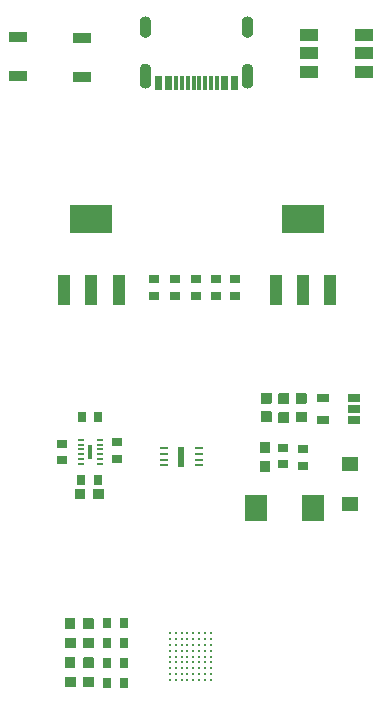
<source format=gbr>
G04*
G04 #@! TF.GenerationSoftware,Altium Limited,Altium Designer,22.4.2 (48)*
G04*
G04 Layer_Color=8421504*
%FSLAX25Y25*%
%MOIN*%
G70*
G04*
G04 #@! TF.SameCoordinates,3F43F253-9996-4CA0-957E-582612897B16*
G04*
G04*
G04 #@! TF.FilePolarity,Positive*
G04*
G01*
G75*
%ADD18R,0.05906X0.03937*%
%ADD19R,0.05906X0.03543*%
%ADD20R,0.01181X0.04528*%
%ADD21R,0.02362X0.04528*%
%ADD22C,0.01181*%
%ADD23R,0.03150X0.03543*%
%ADD24R,0.03175X0.03402*%
%ADD25R,0.05510X0.04720*%
%ADD26R,0.03543X0.03150*%
%ADD27R,0.03402X0.03175*%
%ADD28R,0.07570X0.08660*%
%ADD29R,0.01181X0.04724*%
%ADD30R,0.02362X0.00787*%
%ADD31R,0.03150X0.00984*%
%ADD32O,0.03150X0.00984*%
%ADD33R,0.01968X0.06693*%
%ADD34R,0.04331X0.09843*%
%ADD35R,0.14173X0.09213*%
%ADD36R,0.04331X0.02756*%
G36*
X222155Y492839D02*
X222253Y492829D01*
X222350Y492814D01*
X222446Y492795D01*
X222541Y492771D01*
X222635Y492742D01*
X222727Y492708D01*
X222818Y492670D01*
X222906Y492627D01*
X222992Y492581D01*
X223076Y492529D01*
X223157Y492474D01*
X223235Y492415D01*
X223310Y492352D01*
X223382Y492285D01*
X223451Y492215D01*
X223516Y492141D01*
X223577Y492064D01*
X223635Y491985D01*
X223688Y491902D01*
X223737Y491817D01*
X223782Y491730D01*
X223822Y491640D01*
X223858Y491549D01*
X223889Y491456D01*
X223916Y491362D01*
X223938Y491266D01*
X223955Y491169D01*
X223967Y491072D01*
X223974Y490974D01*
X223976Y490876D01*
Y487726D01*
X223974Y487628D01*
X223967Y487530D01*
X223955Y487433D01*
X223938Y487336D01*
X223916Y487241D01*
X223889Y487146D01*
X223858Y487053D01*
X223822Y486962D01*
X223782Y486872D01*
X223737Y486785D01*
X223688Y486700D01*
X223635Y486617D01*
X223577Y486538D01*
X223516Y486461D01*
X223451Y486387D01*
X223382Y486317D01*
X223310Y486250D01*
X223235Y486187D01*
X223157Y486128D01*
X223076Y486073D01*
X222992Y486021D01*
X222906Y485975D01*
X222818Y485932D01*
X222727Y485894D01*
X222635Y485860D01*
X222541Y485831D01*
X222446Y485807D01*
X222350Y485788D01*
X222253Y485773D01*
X222155Y485763D01*
X222057Y485758D01*
X221959D01*
X221861Y485763D01*
X221763Y485773D01*
X221666Y485788D01*
X221570Y485807D01*
X221475Y485831D01*
X221381Y485860D01*
X221289Y485894D01*
X221198Y485932D01*
X221110Y485975D01*
X221024Y486021D01*
X220940Y486073D01*
X220859Y486128D01*
X220781Y486187D01*
X220706Y486250D01*
X220634Y486317D01*
X220565Y486387D01*
X220500Y486461D01*
X220439Y486538D01*
X220381Y486617D01*
X220328Y486700D01*
X220279Y486785D01*
X220234Y486872D01*
X220194Y486962D01*
X220158Y487053D01*
X220127Y487146D01*
X220100Y487241D01*
X220078Y487336D01*
X220061Y487433D01*
X220049Y487530D01*
X220042Y487628D01*
X220040Y487726D01*
Y490876D01*
X220042Y490974D01*
X220049Y491072D01*
X220061Y491169D01*
X220078Y491266D01*
X220100Y491362D01*
X220127Y491456D01*
X220158Y491549D01*
X220194Y491640D01*
X220234Y491730D01*
X220279Y491817D01*
X220328Y491902D01*
X220381Y491985D01*
X220439Y492064D01*
X220500Y492141D01*
X220565Y492215D01*
X220634Y492285D01*
X220706Y492352D01*
X220781Y492415D01*
X220859Y492474D01*
X220940Y492529D01*
X221024Y492581D01*
X221110Y492627D01*
X221198Y492670D01*
X221289Y492708D01*
X221381Y492742D01*
X221475Y492771D01*
X221570Y492795D01*
X221666Y492814D01*
X221763Y492829D01*
X221861Y492839D01*
X221959Y492844D01*
X222057D01*
X222155Y492839D01*
D02*
G37*
G36*
X188139D02*
X188237Y492829D01*
X188334Y492814D01*
X188430Y492795D01*
X188525Y492771D01*
X188619Y492742D01*
X188711Y492708D01*
X188802Y492670D01*
X188890Y492627D01*
X188976Y492581D01*
X189060Y492529D01*
X189141Y492474D01*
X189219Y492415D01*
X189295Y492352D01*
X189366Y492285D01*
X189435Y492215D01*
X189500Y492141D01*
X189561Y492064D01*
X189619Y491985D01*
X189672Y491902D01*
X189721Y491817D01*
X189766Y491730D01*
X189806Y491640D01*
X189842Y491549D01*
X189873Y491456D01*
X189900Y491362D01*
X189921Y491266D01*
X189938Y491169D01*
X189951Y491072D01*
X189958Y490974D01*
X189961Y490876D01*
Y487726D01*
X189958Y487628D01*
X189951Y487530D01*
X189938Y487433D01*
X189921Y487336D01*
X189900Y487241D01*
X189873Y487146D01*
X189842Y487053D01*
X189806Y486962D01*
X189766Y486872D01*
X189721Y486785D01*
X189672Y486700D01*
X189619Y486617D01*
X189561Y486538D01*
X189500Y486461D01*
X189435Y486387D01*
X189366Y486317D01*
X189295Y486250D01*
X189219Y486187D01*
X189141Y486128D01*
X189060Y486073D01*
X188976Y486021D01*
X188890Y485975D01*
X188802Y485932D01*
X188711Y485894D01*
X188619Y485860D01*
X188525Y485831D01*
X188430Y485807D01*
X188334Y485788D01*
X188237Y485773D01*
X188139Y485763D01*
X188041Y485758D01*
X187943D01*
X187845Y485763D01*
X187747Y485773D01*
X187650Y485788D01*
X187554Y485807D01*
X187459Y485831D01*
X187365Y485860D01*
X187273Y485894D01*
X187182Y485932D01*
X187094Y485975D01*
X187008Y486021D01*
X186924Y486073D01*
X186843Y486128D01*
X186765Y486187D01*
X186689Y486250D01*
X186618Y486317D01*
X186549Y486387D01*
X186484Y486461D01*
X186423Y486538D01*
X186365Y486617D01*
X186312Y486700D01*
X186263Y486785D01*
X186218Y486872D01*
X186178Y486962D01*
X186142Y487053D01*
X186111Y487146D01*
X186084Y487241D01*
X186063Y487336D01*
X186046Y487433D01*
X186033Y487530D01*
X186026Y487628D01*
X186023Y487726D01*
Y490876D01*
X186026Y490974D01*
X186033Y491072D01*
X186046Y491169D01*
X186063Y491266D01*
X186084Y491362D01*
X186111Y491456D01*
X186142Y491549D01*
X186178Y491640D01*
X186218Y491730D01*
X186263Y491817D01*
X186312Y491902D01*
X186365Y491985D01*
X186423Y492064D01*
X186484Y492141D01*
X186549Y492215D01*
X186618Y492285D01*
X186689Y492352D01*
X186765Y492415D01*
X186843Y492474D01*
X186924Y492529D01*
X187008Y492581D01*
X187094Y492627D01*
X187182Y492670D01*
X187273Y492708D01*
X187365Y492742D01*
X187459Y492771D01*
X187554Y492795D01*
X187650Y492814D01*
X187747Y492829D01*
X187845Y492839D01*
X187943Y492844D01*
X188041D01*
X188139Y492839D01*
D02*
G37*
G36*
X222155Y477091D02*
X222253Y477082D01*
X222350Y477067D01*
X222446Y477047D01*
X222541Y477023D01*
X222635Y476994D01*
X222727Y476961D01*
X222818Y476923D01*
X222906Y476880D01*
X222992Y476833D01*
X223076Y476782D01*
X223157Y476727D01*
X223235Y476667D01*
X223310Y476604D01*
X223382Y476538D01*
X223451Y476467D01*
X223516Y476394D01*
X223577Y476317D01*
X223635Y476237D01*
X223688Y476155D01*
X223737Y476070D01*
X223782Y475983D01*
X223822Y475893D01*
X223858Y475802D01*
X223889Y475709D01*
X223916Y475614D01*
X223938Y475519D01*
X223955Y475422D01*
X223967Y475324D01*
X223974Y475226D01*
X223976Y475128D01*
Y470798D01*
X223974Y470700D01*
X223967Y470602D01*
X223955Y470504D01*
X223938Y470407D01*
X223916Y470312D01*
X223889Y470217D01*
X223858Y470124D01*
X223822Y470033D01*
X223782Y469944D01*
X223737Y469856D01*
X223688Y469771D01*
X223635Y469689D01*
X223577Y469609D01*
X223516Y469532D01*
X223451Y469459D01*
X223382Y469388D01*
X223310Y469322D01*
X223235Y469259D01*
X223157Y469199D01*
X223076Y469144D01*
X222992Y469093D01*
X222906Y469046D01*
X222818Y469003D01*
X222727Y468965D01*
X222635Y468932D01*
X222541Y468903D01*
X222446Y468879D01*
X222350Y468859D01*
X222253Y468844D01*
X222155Y468835D01*
X222057Y468830D01*
X221959D01*
X221861Y468835D01*
X221763Y468844D01*
X221666Y468859D01*
X221570Y468879D01*
X221475Y468903D01*
X221381Y468932D01*
X221289Y468965D01*
X221198Y469003D01*
X221110Y469046D01*
X221024Y469093D01*
X220940Y469144D01*
X220859Y469199D01*
X220781Y469259D01*
X220706Y469322D01*
X220634Y469388D01*
X220565Y469459D01*
X220500Y469532D01*
X220439Y469609D01*
X220381Y469689D01*
X220328Y469771D01*
X220279Y469856D01*
X220234Y469944D01*
X220194Y470033D01*
X220158Y470124D01*
X220127Y470217D01*
X220100Y470312D01*
X220078Y470407D01*
X220061Y470504D01*
X220049Y470602D01*
X220042Y470700D01*
X220040Y470798D01*
Y475128D01*
X220042Y475226D01*
X220049Y475324D01*
X220061Y475422D01*
X220078Y475519D01*
X220100Y475614D01*
X220127Y475709D01*
X220158Y475802D01*
X220194Y475893D01*
X220234Y475983D01*
X220279Y476070D01*
X220328Y476155D01*
X220381Y476237D01*
X220439Y476317D01*
X220500Y476394D01*
X220565Y476467D01*
X220634Y476538D01*
X220706Y476604D01*
X220781Y476667D01*
X220859Y476727D01*
X220940Y476782D01*
X221024Y476833D01*
X221110Y476880D01*
X221198Y476923D01*
X221289Y476961D01*
X221381Y476994D01*
X221475Y477023D01*
X221570Y477047D01*
X221666Y477067D01*
X221763Y477082D01*
X221861Y477091D01*
X221959Y477096D01*
X222057D01*
X222155Y477091D01*
D02*
G37*
G36*
X188139D02*
X188237Y477082D01*
X188334Y477067D01*
X188430Y477047D01*
X188525Y477023D01*
X188619Y476994D01*
X188711Y476961D01*
X188802Y476923D01*
X188890Y476880D01*
X188976Y476833D01*
X189060Y476782D01*
X189141Y476727D01*
X189219Y476667D01*
X189295Y476604D01*
X189366Y476538D01*
X189435Y476467D01*
X189500Y476394D01*
X189561Y476317D01*
X189619Y476237D01*
X189672Y476155D01*
X189721Y476070D01*
X189766Y475983D01*
X189806Y475893D01*
X189842Y475802D01*
X189873Y475709D01*
X189900Y475614D01*
X189921Y475519D01*
X189938Y475422D01*
X189951Y475324D01*
X189958Y475226D01*
X189961Y475128D01*
Y470798D01*
X189958Y470700D01*
X189951Y470602D01*
X189938Y470504D01*
X189921Y470407D01*
X189900Y470312D01*
X189873Y470217D01*
X189842Y470124D01*
X189806Y470033D01*
X189766Y469944D01*
X189721Y469856D01*
X189672Y469771D01*
X189619Y469689D01*
X189561Y469609D01*
X189500Y469532D01*
X189435Y469459D01*
X189366Y469388D01*
X189295Y469322D01*
X189219Y469259D01*
X189141Y469199D01*
X189060Y469144D01*
X188976Y469093D01*
X188890Y469046D01*
X188802Y469003D01*
X188711Y468965D01*
X188619Y468932D01*
X188525Y468903D01*
X188430Y468879D01*
X188334Y468859D01*
X188237Y468844D01*
X188139Y468835D01*
X188041Y468830D01*
X187943D01*
X187845Y468835D01*
X187747Y468844D01*
X187650Y468859D01*
X187554Y468879D01*
X187459Y468903D01*
X187365Y468932D01*
X187273Y468965D01*
X187182Y469003D01*
X187094Y469046D01*
X187008Y469093D01*
X186924Y469144D01*
X186843Y469199D01*
X186765Y469259D01*
X186689Y469322D01*
X186618Y469388D01*
X186549Y469459D01*
X186484Y469532D01*
X186423Y469609D01*
X186365Y469689D01*
X186312Y469771D01*
X186263Y469856D01*
X186218Y469944D01*
X186178Y470033D01*
X186142Y470124D01*
X186111Y470217D01*
X186084Y470312D01*
X186063Y470407D01*
X186046Y470504D01*
X186033Y470602D01*
X186026Y470700D01*
X186023Y470798D01*
Y475128D01*
X186026Y475226D01*
X186033Y475324D01*
X186046Y475422D01*
X186063Y475519D01*
X186084Y475614D01*
X186111Y475709D01*
X186142Y475802D01*
X186178Y475893D01*
X186218Y475983D01*
X186263Y476070D01*
X186312Y476155D01*
X186365Y476237D01*
X186423Y476317D01*
X186484Y476394D01*
X186549Y476467D01*
X186618Y476538D01*
X186689Y476604D01*
X186765Y476667D01*
X186843Y476727D01*
X186924Y476782D01*
X187008Y476833D01*
X187094Y476880D01*
X187182Y476923D01*
X187273Y476961D01*
X187365Y476994D01*
X187459Y477023D01*
X187554Y477047D01*
X187650Y477067D01*
X187747Y477082D01*
X187845Y477091D01*
X187943Y477096D01*
X188041D01*
X188139Y477091D01*
D02*
G37*
G36*
X218780Y468435D02*
X216418D01*
Y472963D01*
X218780D01*
Y468435D01*
D02*
G37*
G36*
X215630D02*
X213268D01*
Y472963D01*
X215630D01*
Y468435D01*
D02*
G37*
G36*
X212481D02*
X211299D01*
Y472963D01*
X212481D01*
Y468435D01*
D02*
G37*
G36*
X210512D02*
X209331D01*
Y472963D01*
X210512D01*
Y468435D01*
D02*
G37*
G36*
X208544D02*
X207362D01*
Y472963D01*
X208544D01*
Y468435D01*
D02*
G37*
G36*
X206575D02*
X205394D01*
Y472963D01*
X206575D01*
Y468435D01*
D02*
G37*
G36*
X204607D02*
X203425D01*
Y472963D01*
X204607D01*
Y468435D01*
D02*
G37*
G36*
X202638D02*
X201457D01*
Y472963D01*
X202638D01*
Y468435D01*
D02*
G37*
G36*
X200670D02*
X199488D01*
Y472963D01*
X200670D01*
Y468435D01*
D02*
G37*
G36*
X198701D02*
X197520D01*
Y472963D01*
X198701D01*
Y468435D01*
D02*
G37*
G36*
X196732D02*
X194370D01*
Y472963D01*
X196732D01*
Y468435D01*
D02*
G37*
G36*
X193583D02*
X191221D01*
Y472963D01*
X193583D01*
Y468435D01*
D02*
G37*
G36*
X241679Y367149D02*
Y364038D01*
X241482Y363842D01*
X240584D01*
Y365338D01*
X239285D01*
Y363842D01*
X238332D01*
X238135Y364038D01*
Y367149D01*
X238332Y367345D01*
X241482D01*
X241679Y367149D01*
D02*
G37*
G36*
X230076Y367183D02*
Y364033D01*
X229879Y363836D01*
X228926D01*
Y365293D01*
X227627D01*
Y363836D01*
X226729D01*
X226532Y364033D01*
Y367183D01*
X226729Y367380D01*
X229879D01*
X230076Y367183D01*
D02*
G37*
G36*
X235877Y367081D02*
Y363970D01*
X235680Y363774D01*
X234783D01*
Y365270D01*
X233483D01*
Y363774D01*
X232530D01*
X232334Y363970D01*
Y367081D01*
X232530Y367278D01*
X235680D01*
X235877Y367081D01*
D02*
G37*
G36*
X241679Y360889D02*
Y357739D01*
X241482Y357542D01*
X238332D01*
X238135Y357739D01*
Y360889D01*
X238332Y361086D01*
X239285D01*
Y359629D01*
X240584D01*
Y361086D01*
X241482D01*
X241679Y360889D01*
D02*
G37*
G36*
X230076Y360884D02*
Y357773D01*
X229879Y357576D01*
X226729D01*
X226532Y357773D01*
Y360884D01*
X226729Y361080D01*
X227627D01*
Y359584D01*
X228926D01*
Y361080D01*
X229879D01*
X230076Y360884D01*
D02*
G37*
G36*
X235877Y360821D02*
Y357671D01*
X235680Y357474D01*
X232530D01*
X232334Y357671D01*
Y360821D01*
X232530Y361018D01*
X233483D01*
Y359561D01*
X234783D01*
Y361018D01*
X235680D01*
X235877Y360821D01*
D02*
G37*
G36*
X229575Y350717D02*
Y347606D01*
X229379Y347410D01*
X228481D01*
Y348906D01*
X227182D01*
Y347410D01*
X226229D01*
X226032Y347606D01*
Y350717D01*
X226229Y350914D01*
X229379D01*
X229575Y350717D01*
D02*
G37*
G36*
Y344457D02*
Y341307D01*
X229379Y341110D01*
X226229D01*
X226032Y341307D01*
Y344457D01*
X226229Y344654D01*
X227182D01*
Y343197D01*
X228481D01*
Y344654D01*
X229379D01*
X229575Y344457D01*
D02*
G37*
G36*
X174173Y335287D02*
Y332138D01*
X173976Y331941D01*
X170866D01*
X170669Y332138D01*
Y333035D01*
X172165D01*
Y334335D01*
X170669D01*
Y335287D01*
X170866Y335484D01*
X173976D01*
X174173Y335287D01*
D02*
G37*
G36*
X167913D02*
Y334335D01*
X166457D01*
Y333035D01*
X167913D01*
Y332138D01*
X167717Y331941D01*
X164567D01*
X164370Y332138D01*
Y335287D01*
X164567Y335484D01*
X167717D01*
X167913Y335287D01*
D02*
G37*
G36*
X170830Y292117D02*
Y288967D01*
X170633Y288770D01*
X167483D01*
X167287Y288967D01*
Y289920D01*
X168743D01*
Y291219D01*
X167287D01*
Y292117D01*
X167483Y292314D01*
X170633D01*
X170830Y292117D01*
D02*
G37*
G36*
X164531D02*
Y291219D01*
X163035D01*
Y289920D01*
X164531D01*
Y288967D01*
X164334Y288770D01*
X161224D01*
X161027Y288967D01*
Y292117D01*
X161224Y292314D01*
X164334D01*
X164531Y292117D01*
D02*
G37*
G36*
X170902Y285575D02*
Y282425D01*
X170705Y282228D01*
X167555D01*
X167358Y282425D01*
Y283378D01*
X168815D01*
Y284677D01*
X167358D01*
Y285575D01*
X167555Y285772D01*
X170705D01*
X170902Y285575D01*
D02*
G37*
G36*
X164602D02*
Y284677D01*
X163106D01*
Y283378D01*
X164602D01*
Y282425D01*
X164406Y282228D01*
X161295D01*
X161099Y282425D01*
Y285575D01*
X161295Y285772D01*
X164406D01*
X164602Y285575D01*
D02*
G37*
G36*
X170868Y279023D02*
Y275873D01*
X170671Y275677D01*
X167521D01*
X167324Y275873D01*
Y276826D01*
X168781D01*
Y278126D01*
X167324D01*
Y279023D01*
X167521Y279220D01*
X170671D01*
X170868Y279023D01*
D02*
G37*
G36*
X164568D02*
Y278126D01*
X163072D01*
Y276826D01*
X164568D01*
Y275873D01*
X164372Y275677D01*
X161261D01*
X161065Y275873D01*
Y279023D01*
X161261Y279220D01*
X164372D01*
X164568Y279023D01*
D02*
G37*
G36*
X170902Y272575D02*
Y269425D01*
X170705Y269228D01*
X167555D01*
X167358Y269425D01*
Y270378D01*
X168815D01*
Y271677D01*
X167358D01*
Y272575D01*
X167555Y272772D01*
X170705D01*
X170902Y272575D01*
D02*
G37*
G36*
X164602D02*
Y271677D01*
X163106D01*
Y270378D01*
X164602D01*
Y269425D01*
X164406Y269228D01*
X161295D01*
X161099Y269425D01*
Y272575D01*
X161295Y272772D01*
X164406D01*
X164602Y272575D01*
D02*
G37*
D18*
X242621Y486799D02*
D03*
Y480500D02*
D03*
Y474201D02*
D03*
X261000Y486799D02*
D03*
Y480500D02*
D03*
Y474201D02*
D03*
D19*
X166701Y472819D02*
D03*
Y485811D02*
D03*
X145500Y473000D02*
D03*
Y485992D02*
D03*
D20*
X211890Y470699D02*
D03*
X209921D02*
D03*
X207953D02*
D03*
X205984D02*
D03*
X204016D02*
D03*
X202047D02*
D03*
X200079D02*
D03*
X198110D02*
D03*
D21*
X195551D02*
D03*
X192402D02*
D03*
X214449D02*
D03*
X217599D02*
D03*
D22*
X203969Y287343D02*
D03*
X196095Y287343D02*
D03*
X198063D02*
D03*
X202000D02*
D03*
X207906D02*
D03*
X209874D02*
D03*
X196095Y285374D02*
D03*
Y283405D02*
D03*
Y281437D02*
D03*
Y279468D02*
D03*
Y277500D02*
D03*
Y275532D02*
D03*
X198063Y285374D02*
D03*
X200031D02*
D03*
X202000D02*
D03*
X203969D02*
D03*
X205937D02*
D03*
X207906D02*
D03*
X209874D02*
D03*
X198063Y283405D02*
D03*
X200031D02*
D03*
X202000D02*
D03*
X203969D02*
D03*
X205937D02*
D03*
X207906D02*
D03*
X209874D02*
D03*
X198063Y281437D02*
D03*
X200031D02*
D03*
X202000D02*
D03*
X203969D02*
D03*
X205937D02*
D03*
X207906D02*
D03*
X209874D02*
D03*
X198063Y279468D02*
D03*
X200031D02*
D03*
X202000D02*
D03*
X203969D02*
D03*
X205937D02*
D03*
X207906D02*
D03*
X209874D02*
D03*
X198063Y277500D02*
D03*
X200031D02*
D03*
X202000D02*
D03*
X203969D02*
D03*
X205937D02*
D03*
X207906D02*
D03*
X209874D02*
D03*
X198063Y275532D02*
D03*
X200031D02*
D03*
X202000D02*
D03*
X203969D02*
D03*
X205937D02*
D03*
X207906D02*
D03*
X209874D02*
D03*
X198063Y273563D02*
D03*
X200031D02*
D03*
X202000D02*
D03*
X203969D02*
D03*
X205937D02*
D03*
X207906D02*
D03*
X209874D02*
D03*
X198063Y271595D02*
D03*
X200031D02*
D03*
X202000D02*
D03*
X203969D02*
D03*
X205937D02*
D03*
X207906Y271595D02*
D03*
X209874Y271595D02*
D03*
X196095Y271595D02*
D03*
Y273563D02*
D03*
X200031Y287343D02*
D03*
X205937Y287343D02*
D03*
D23*
X175187Y270704D02*
D03*
X180699D02*
D03*
X180731Y277358D02*
D03*
X175219D02*
D03*
X180764Y290603D02*
D03*
X175252D02*
D03*
X180756Y284000D02*
D03*
X175244D02*
D03*
X172028Y338213D02*
D03*
X166516D02*
D03*
X172284Y359213D02*
D03*
X166772D02*
D03*
D24*
X168894Y290542D02*
D03*
X162962D02*
D03*
X168966Y284000D02*
D03*
X163034D02*
D03*
X168932Y277448D02*
D03*
X163000D02*
D03*
X168966Y271000D02*
D03*
X163034D02*
D03*
X166306Y333713D02*
D03*
X172238D02*
D03*
D25*
X256304Y343668D02*
D03*
Y330288D02*
D03*
D26*
X240612Y343000D02*
D03*
Y348512D02*
D03*
X234000Y349012D02*
D03*
Y343500D02*
D03*
X191000Y399744D02*
D03*
Y405256D02*
D03*
X178650Y345457D02*
D03*
Y350969D02*
D03*
X160150Y350347D02*
D03*
Y344835D02*
D03*
X198000Y399744D02*
D03*
Y405256D02*
D03*
X218000Y399744D02*
D03*
Y405256D02*
D03*
X211500Y399744D02*
D03*
Y405256D02*
D03*
X204750Y405317D02*
D03*
Y399805D02*
D03*
D27*
X234105Y359410D02*
D03*
Y365342D02*
D03*
X227804Y343046D02*
D03*
Y348978D02*
D03*
X228304Y365444D02*
D03*
Y359512D02*
D03*
X239907Y359478D02*
D03*
Y365410D02*
D03*
D28*
X243804Y328978D02*
D03*
X224804D02*
D03*
D29*
X169650Y347713D02*
D03*
D30*
X172799Y343776D02*
D03*
Y345350D02*
D03*
Y346925D02*
D03*
Y348500D02*
D03*
Y350075D02*
D03*
Y351650D02*
D03*
X166500Y343776D02*
D03*
Y345350D02*
D03*
Y346925D02*
D03*
Y348500D02*
D03*
Y350075D02*
D03*
Y351650D02*
D03*
D31*
X205961Y347107D02*
D03*
Y345138D02*
D03*
Y343170D02*
D03*
Y349075D02*
D03*
X194150Y347107D02*
D03*
Y345138D02*
D03*
Y343170D02*
D03*
D32*
Y349075D02*
D03*
D33*
X200000Y346000D02*
D03*
D34*
X231445Y401807D02*
D03*
X240500D02*
D03*
X249555D02*
D03*
X160945D02*
D03*
X170000D02*
D03*
X179055D02*
D03*
D35*
X240500Y425193D02*
D03*
X170000D02*
D03*
D36*
X257398Y358234D02*
D03*
Y361974D02*
D03*
X257398Y365722D02*
D03*
X247210D02*
D03*
Y358241D02*
D03*
M02*

</source>
